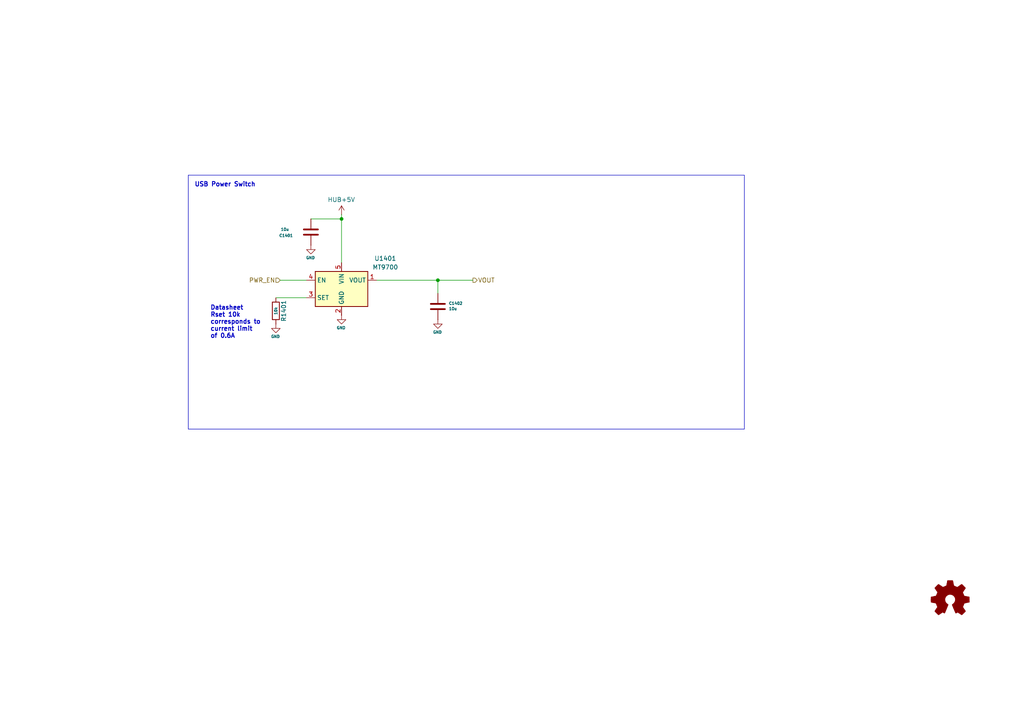
<source format=kicad_sch>
(kicad_sch (version 20231120) (generator "eeschema") (generator_version "8.0")
  (paper "A4")
  (title_block (title "Octoprobe tentacle") (date "2025-02-13") (rev "0.4") (company "Hans Märki, Märki Informatik") (comment 1 "The MIT License (MIT)"))
  (lib_symbols
    (symbol "00_project_library:C" (pin_numbers hide) (pin_names (offset 0.254))
      (property "Reference" "C" (at 0.635 2.54 0))
      (property "Value" "C" (at 0.635 -2.54 0))
      (symbol "C_0_1"
        (polyline (pts (xy -2.032 -0.762) (xy 2.032 -0.762)) (stroke (width 0.508)))
        (polyline (pts (xy -2.032 0.762) (xy 2.032 0.762)) (stroke (width 0.508)))
      )
      (symbol "C_1_1"
        (pin passive line (at 0 3.81 270) (length 2.794) (name "~") (number "1"))
        (pin passive line (at 0 -3.81 90) (length 2.794) (name "~") (number "2"))
      )
    )
    (symbol "00_project_library:MT9700"
      (property "Reference" "U" (at -7.62 6.35 0))
      (property "Value" "MT9700" (at 1.27 6.35 0))
      (symbol "MT9700_0_1"
        (rectangle (start -7.62 5.08) (end 7.62 -5.08) (stroke (width 0.254)) (fill (type background)))
      )
      (symbol "MT9700_1_1"
        (pin power_out line (at 10.16 2.54 180) (length 2.54) (name "VOUT") (number "1"))
        (pin power_in line (at 0 -7.62 90) (length 2.54) (name "GND") (number "2"))
        (pin input line (at -10.16 -2.54 0) (length 2.54) (name "SET") (number "3"))
        (pin input line (at -10.16 2.54 0) (length 2.54) (name "EN") (number "4"))
        (pin power_in line (at 0 7.62 270) (length 2.54) (name "VIN") (number "5"))
      )
    )
    (symbol "Device:R" (pin_numbers hide) (pin_names (offset 0))
      (property "Reference" "R" (at 2.032 0 90))
      (property "Value" "R" (at 0 0 90))
      (symbol "R_0_1"
        (rectangle (start -1.016 -2.54) (end 1.016 2.54) (stroke (width 0.254)))
      )
      (symbol "R_1_1"
        (pin passive line (at 0 3.81 270) (length 1.27) (name "~") (number "1"))
        (pin passive line (at 0 -3.81 90) (length 1.27) (name "~") (number "2"))
      )
    )
    (symbol "Graphic:Logo_Open_Hardware_Small" (in_bom no) (on_board no)
      (symbol "Logo_Open_Hardware_Small_0_1"
        (polyline (pts (xy 3.3528 -4.3434) (xy 3.302 -4.318) (xy 3.175 -4.2418) (xy 2.9972 -4.1148) (xy 2.7686 -3.9624) (xy 2.54 -3.81) (xy 2.3622 -3.7084) (xy 2.2352 -3.6068) (xy 2.1844 -3.5814) (xy 2.159 -3.6068) (xy 2.0574 -3.6576) (xy 1.905 -3.7338) (xy 1.8034 -3.7846) (xy 1.6764 -3.8354) (xy 1.6002 -3.8354) (xy 1.6002 -3.8354) (xy 1.5494 -3.7338) (xy 1.4732 -3.5306) (xy 1.3462 -3.302) (xy 1.2446 -3.0226) (xy 1.1176 -2.7178) (xy 0.9652 -2.413) (xy 0.8636 -2.1082) (xy 0.7366 -1.8288) (xy 0.6604 -1.6256) (xy 0.6096 -1.4732) (xy 0.5842 -1.397) (xy 0.5842 -1.397) (xy 0.6604 -1.3208) (xy 0.7874 -1.2446) (xy 1.0414 -1.016) (xy 1.2954 -0.6858) (xy 1.4478 -0.3302) (xy 1.524 0.0762) (xy 1.4732 0.4572) (xy 1.3208 0.8128) (xy 1.0668 1.143) (xy 0.762 1.3716) (xy 0.4064 1.524) (xy 0 1.5748) (xy -0.381 1.5494) (xy -0.7366 1.397) (xy -1.0668 1.143) (xy -1.2192 0.9906) (xy -1.397 0.6604) (xy -1.524 0.3048) (xy -1.524 0.2286) (xy -1.4986 -0.1778) (xy -1.397 -0.5334) (xy -1.1938 -0.8636) (xy -0.9144 -1.143) (xy -0.8636 -1.1684) (xy -0.7366 -1.27) (xy -0.635 -1.3462) (xy -0.5842 -1.397) (xy -1.0668 -2.5908) (xy -1.143 -2.794) (xy -1.2954 -3.1242) (xy -1.397 -3.4036) (xy -1.4986 -3.6322) (xy -1.5748 -3.7846) (xy -1.6002 -3.8354) (xy -1.6002 -3.8354) (xy -1.651 -3.8354) (xy -1.7272 -3.81) (xy -1.905 -3.7338) (xy -2.0066 -3.683) (xy -2.1336 -3.6068) (xy -2.2098 -3.5814) (xy -2.2606 -3.6068) (xy -2.3622 -3.683) (xy -2.54 -3.81) (xy -2.7686 -3.9624) (xy -2.9718 -4.0894) (xy -3.1496 -4.2164) (xy -3.302 -4.318) (xy -3.3528 -4.3434) (xy -3.3782 -4.3434) (xy -3.429 -4.318) (xy -3.5306 -4.2164) (xy -3.7084 -4.064) (xy -3.937 -3.8354) (xy -3.9624 -3.81) (xy -4.1656 -3.6068) (xy -4.318 -3.4544) (xy -4.4196 -3.3274) (xy -4.445 -3.2766) (xy -4.445 -3.2766) (xy -4.4196 -3.2258) (xy -4.318 -3.0734) (xy -4.2164 -2.8956) (xy -4.064 -2.667) (xy -3.6576 -2.0828) (xy -3.8862 -1.5494) (xy -3.937 -1.3716) (xy -4.0386 -1.1684) (xy -4.0894 -1.0414) (xy -4.1148 -0.9652) (xy -4.191 -0.9398) (xy -4.318 -0.9144) (xy -4.5466 -0.8636) (xy -4.8006 -0.8128) (xy -5.0546 -0.7874) (xy -5.2578 -0.7366) (xy -5.4356 -0.7112) (xy -5.5118 -0.6858) (xy -5.5118 -0.6858) (xy -5.5372 -0.635) (xy -5.5372 -0.5588) (xy -5.5372 -0.4318) (xy -5.5626 -0.2286) (xy -5.5626 0.0762) (xy -5.5626 0.127) (xy -5.5372 0.4064) (xy -5.5372 0.635) (xy -5.5372 0.762) (xy -5.5372 0.8382) (xy -5.5372 0.8382) (xy -5.461 0.8382) (xy -5.3086 0.889) (xy -5.08 0.9144) (xy -4.826 0.9652) (xy -4.8006 0.9906) (xy -4.5466 1.0414) (xy -4.318 1.0668) (xy -4.1656 1.1176) (xy -4.0894 1.143) (xy -4.0894 1.143) (xy -4.0386 1.2446) (xy -3.9624 1.4224) (xy -3.8608 1.6256) (xy -3.7846 1.8288) (xy -3.7084 2.0066) (xy -3.6576 2.159) (xy -3.6322 2.2098) (xy -3.6322 2.2098) (xy -3.683 2.286) (xy -3.7592 2.413) (xy -3.8862 2.5908) (xy -4.064 2.8194) (xy -4.064 2.8448) (xy -4.2164 3.0734) (xy -4.3434 3.2512) (xy -4.4196 3.3782) (xy -4.445 3.4544) (xy -4.445 3.4544) (xy -4.3942 3.5052) (xy -4.2926 3.6322) (xy -4.1148 3.81) (xy -3.937 4.0132) (xy -3.8608 4.064) (xy -3.6576 4.2926) (xy -3.5052 4.4196) (xy -3.4036 4.4958) (xy -3.3528 4.5212) (xy -3.3528 4.5212) (xy -3.302 4.4704) (xy -3.1496 4.3688) (xy -2.9718 4.2418) (xy -2.7432 4.0894) (xy -2.7178 4.0894) (xy -2.4892 3.937) (xy -2.3114 3.81) (xy -2.1844 3.7084) (xy -2.1336 3.683) (xy -2.1082 3.683) (xy -2.032 3.7084) (xy -1.8542 3.7592) (xy -1.6764 3.8354) (xy -1.4732 3.937) (xy -1.27 4.0132) (xy -1.143 4.064) (xy -1.0668 4.1148) (xy -1.0668 4.1148) (xy -1.0414 4.191) (xy -1.016 4.3434) (xy -0.9652 4.572) (xy -0.9144 4.8514) (xy -0.889 4.9022) (xy -0.8382 5.1562) (xy -0.8128 5.3848) (xy -0.7874 5.5372) (xy -0.762 5.588) (xy -0.7112 5.6134) (xy -0.5842 5.6134) (xy -0.4064 5.6134) (xy -0.1524 5.6134) (xy 0.0762 5.6134) (xy 0.3302 5.6134) (xy 0.5334 5.6134) (xy 0.6858 5.588) (xy 0.7366 5.588) (xy 0.7366 5.588) (xy 0.762 5.5118) (xy 0.8128 5.334) (xy 0.8382 5.1054) (xy 0.9144 4.826) (xy 0.9144 4.7752) (xy 0.9652 4.5212) (xy 1.016 4.2926) (xy 1.0414 4.1402) (xy 1.0668 4.0894) (xy 1.0668 4.0894) (xy 1.1938 4.0386) (xy 1.3716 3.9624) (xy 1.5748 3.8608) (xy 2.0828 3.6576) (xy 2.7178 4.0894) (xy 2.7686 4.1402) (xy 2.9972 4.2926) (xy 3.175 4.4196) (xy 3.302 4.4958) (xy 3.3782 4.5212) (xy 3.3782 4.5212) (xy 3.429 4.4704) (xy 3.556 4.3434) (xy 3.7338 4.191) (xy 3.9116 3.9878) (xy 4.064 3.8354) (xy 4.2418 3.6576) (xy 4.3434 3.556) (xy 4.4196 3.4798) (xy 4.4196 3.429) (xy 4.4196 3.4036) (xy 4.3942 3.3274) (xy 4.2926 3.2004) (xy 4.1656 2.9972) (xy 4.0132 2.794) (xy 3.8862 2.5908) (xy 3.7592 2.3876) (xy 3.6576 2.2352) (xy 3.6322 2.159) (xy 3.6322 2.1336) (xy 3.683 2.0066) (xy 3.7592 1.8288) (xy 3.8608 1.6002) (xy 4.064 1.1176) (xy 4.3942 1.0414) (xy 4.5974 1.016) (xy 4.8768 0.9652) (xy 5.1308 0.9144) (xy 5.5372 0.8382) (xy 5.5626 -0.6604) (xy 5.4864 -0.6858) (xy 5.4356 -0.6858) (xy 5.2832 -0.7366) (xy 5.0546 -0.762) (xy 4.8006 -0.8128) (xy 4.5974 -0.8636) (xy 4.3688 -0.9144) (xy 4.2164 -0.9398) (xy 4.1402 -0.9398) (xy 4.1148 -0.9652) (xy 4.064 -1.0668) (xy 3.9878 -1.2446) (xy 3.9116 -1.4478) (xy 3.81 -1.651) (xy 3.7338 -1.8542) (xy 3.683 -2.0066) (xy 3.6576 -2.0828) (xy 3.683 -2.1336) (xy 3.7846 -2.2606) (xy 3.8862 -2.4638) (xy 4.0386 -2.667) (xy 4.191 -2.8956) (xy 4.318 -3.0734) (xy 4.3942 -3.2004) (xy 4.445 -3.2766) (xy 4.4196 -3.3274) (xy 4.3434 -3.429) (xy 4.1656 -3.5814) (xy 3.937 -3.8354) (xy 3.8862 -3.8608) (xy 3.683 -4.064) (xy 3.5306 -4.2164) (xy 3.4036 -4.318) (xy 3.3528 -4.3434)) (fill (type outline)))
      )
    )
    (symbol "power:+5V" (power) (pin_numbers hide) (pin_names (offset 0) hide)
      (property "Value" "+5V" (at 0 3.556 0))
      (symbol "+5V_0_1"
        (polyline (pts (xy -0.762 1.27) (xy 0 2.54)))
        (polyline (pts (xy 0 0) (xy 0 2.54)))
        (polyline (pts (xy 0 2.54) (xy 0.762 1.27)))
      )
      (symbol "+5V_1_1"
        (pin power_in line (at 0 0 90) (length 0) (name "~") (number "1"))
      )
    )
    (symbol "power:GND" (power) (pin_numbers hide) (pin_names (offset 0) hide)
      (property "Value" "GND" (at 0 -3.81 0))
      (symbol "GND_0_1"
        (polyline (pts (xy 0 0) (xy 0 -1.27) (xy 1.27 -1.27) (xy 0 -2.54) (xy -1.27 -1.27) (xy 0 -1.27)))
      )
      (symbol "GND_1_1"
        (pin power_in line (at 0 0 270) (length 0) (name "~") (number "1"))
      )
    )
  )
  (junction (at 127 81.28))
  (junction (at 99.06 63.5))
  (wire (pts (xy 127 85.09) (xy 127 81.28)))
  (wire (pts (xy 81.28 81.28) (xy 88.9 81.28)))
  (wire (pts (xy 99.06 62.23) (xy 99.06 63.5)))
  (wire (pts (xy 90.17 63.5) (xy 99.06 63.5)))
  (wire (pts (xy 127 81.28) (xy 137.16 81.28)))
  (wire (pts (xy 80.01 86.36) (xy 88.9 86.36)))
  (wire (pts (xy 109.22 81.28) (xy 127 81.28)))
  (wire (pts (xy 99.06 63.5) (xy 99.06 76.2)))
  (rectangle (start 54.61 50.8) (end 215.9 124.46))
  (text "USB Power Switch" (at 56.388 54.356 0) (effects (font (size 1.27 1.27) (thickness 0.254) (bold yes)) (justify left bottom)))
  (text "Datasheet\nRset 10k\ncorresponds to\ncurrent limit\nof 0.6A" (at 60.96 98.298 0) (effects (font (size 1.27 1.27) (thickness 0.254) (bold yes)) (justify left bottom)))
  (hierarchical_label "PWR_EN" (shape input) (at 81.28 81.28 180))
  (hierarchical_label "VOUT" (shape output) (at 137.16 81.28 0))
  (symbol (lib_id "00_project_library:C") (at 127 88.9 0) (unit 1)
    (property "Reference" "C1402" (at 130.175 87.9856 0) (effects (font (size 0.8 0.8)) (justify left)))
    (property "Value" "10u" (at 130.175 89.535 0) (effects (font (size 0.8 0.8)) (justify left)))
    (property "Footprint" "Capacitor_SMD:C_0603_1608Metric" (effects (hide yes)))
    (property "JLC" "C19702" (effects (hide yes)))
    (property "JLC" "C19702" (effects (hide yes)))
    (instances (project "pcb_octoprobe" (path "" (reference "C1402") (unit 1)) (path "" (reference "C402") (unit 1))))
  )
  (symbol (lib_id "power:GND") (at 99.06 91.44 0) (unit 1)
    (property "Reference" "#PWR01404" (effects (hide yes)))
    (property "Value" "GND" (at 98.933 95.0722 0) (effects (font (size 0.8 0.8))))
    (property "Description" "Power symbol creates a global label with name \"GND\" , ground" (effects (hide yes)))
    (instances (project "pcb_octoprobe" (path "" (reference "#PWR01404") (unit 1)) (path "" (reference "#PWR0404") (unit 1))))
  )
  (symbol (lib_id "Graphic:Logo_Open_Hardware_Small") (at 275.59 173.99 0) (unit 1) (exclude_from_sim yes) (in_bom no) (on_board no)
    (property "Reference" "#SYM1401" (effects (hide yes)))
    (property "Value" "Logo_Open_Hardware_Small" (effects (hide yes)))
    (property "Description" "Open Hardware logo, small" (effects (hide yes)))
    (instances (project "pcb_octoprobe" (path "" (reference "#SYM1401") (unit 1)) (path "" (reference "#SYM401") (unit 1))))
  )
  (symbol (lib_id "power:GND") (at 90.17 71.12 0) (unit 1)
    (property "Reference" "#PWR01402" (effects (hide yes)))
    (property "Value" "GND" (at 90.043 74.7522 0) (effects (font (size 0.8 0.8))))
    (property "Description" "Power symbol creates a global label with name \"GND\" , ground" (effects (hide yes)))
    (instances (project "pcb_octoprobe" (path "" (reference "#PWR01402") (unit 1)) (path "" (reference "#PWR0402") (unit 1))))
  )
  (symbol (lib_id "power:GND") (at 80.01 93.98 0) (unit 1)
    (property "Reference" "#PWR01401" (effects (hide yes)))
    (property "Value" "GND" (at 79.883 97.6122 0) (effects (font (size 0.8 0.8))))
    (property "Description" "Power symbol creates a global label with name \"GND\" , ground" (effects (hide yes)))
    (instances (project "pcb_octoprobe" (path "" (reference "#PWR01401") (unit 1)) (path "" (reference "#PWR0401") (unit 1))))
  )
  (symbol (lib_id "power:+5V") (at 99.06 62.23 0) (unit 1)
    (property "Reference" "#PWR01403" (effects (hide yes)))
    (property "Value" "HUB+5V" (at 94.996 57.912 0) (effects (justify left)))
    (property "Description" "Power symbol creates a global label with name \"+5V\"" (effects (hide yes)))
    (instances (project "pcb_octoprobe" (path "" (reference "#PWR01403") (unit 1)) (path "" (reference "#PWR0403") (unit 1))))
  )
  (symbol (lib_id "00_project_library:MT9700") (at 99.06 83.82 0) (unit 1)
    (property "Reference" "U1401" (at 111.76 74.9614 0))
    (property "Value" "MT9700" (at 111.76 77.5014 0))
    (property "Footprint" "Package_TO_SOT_SMD:SOT-23-5" (effects (hide yes)))
    (property "Datasheet" "https://wmsc.lcsc.com/wmsc/upload/file/pdf/v2/lcsc/1809291208_XI-AN-Aerosemi-Tech-MT9700_C89855.pdf" (effects (hide yes)))
    (property "Description" "80mΩ, Adjustable Fast Response Current-Limited Power-Distribution Switch, SOT-23-5" (effects (hide yes)))
    (property "JLC" "C89855" (effects (hide yes)))
    (instances (project "pcb_octoprobe" (path "" (reference "U1401") (unit 1)) (path "" (reference "U401") (unit 1))))
  )
  (symbol (lib_id "power:GND") (at 127 92.71 0) (unit 1)
    (property "Reference" "#PWR01405" (effects (hide yes)))
    (property "Value" "GND" (at 126.873 96.3422 0) (effects (font (size 0.8 0.8))))
    (property "Description" "Power symbol creates a global label with name \"GND\" , ground" (effects (hide yes)))
    (instances (project "pcb_octoprobe" (path "" (reference "#PWR01405") (unit 1)) (path "" (reference "#PWR0405") (unit 1))))
  )
  (symbol (lib_id "00_project_library:C") (at 90.17 67.31 180) (unit 1)
    (property "Reference" "C1401" (at 84.963 68.326 0) (effects (font (size 0.8 0.8)) (justify left)))
    (property "Value" "10u" (at 83.82 66.548 0) (effects (font (size 0.8 0.8)) (justify left)))
    (property "Footprint" "Capacitor_SMD:C_0603_1608Metric" (effects (hide yes)))
    (property "JLC" "C19702" (effects (hide yes)))
    (property "JLC" "C19702" (effects (hide yes)))
    (instances (project "pcb_octoprobe" (path "" (reference "C1401") (unit 1)) (path "" (reference "C401") (unit 1))))
  )
  (symbol (lib_id "Device:R") (at 80.01 90.17 180) (unit 1)
    (property "Reference" "R1401" (at 82.296 90.17 90))
    (property "Value" "10k" (at 80.01 90.17 90) (effects (font (size 0.8 0.8))))
    (property "Footprint" "Resistor_SMD:R_0402_1005Metric" (effects (hide yes)))
    (instances (project "pcb_octoprobe" (path "" (reference "R1401") (unit 1)) (path "" (reference "R401") (unit 1))))
  )
)
</source>
